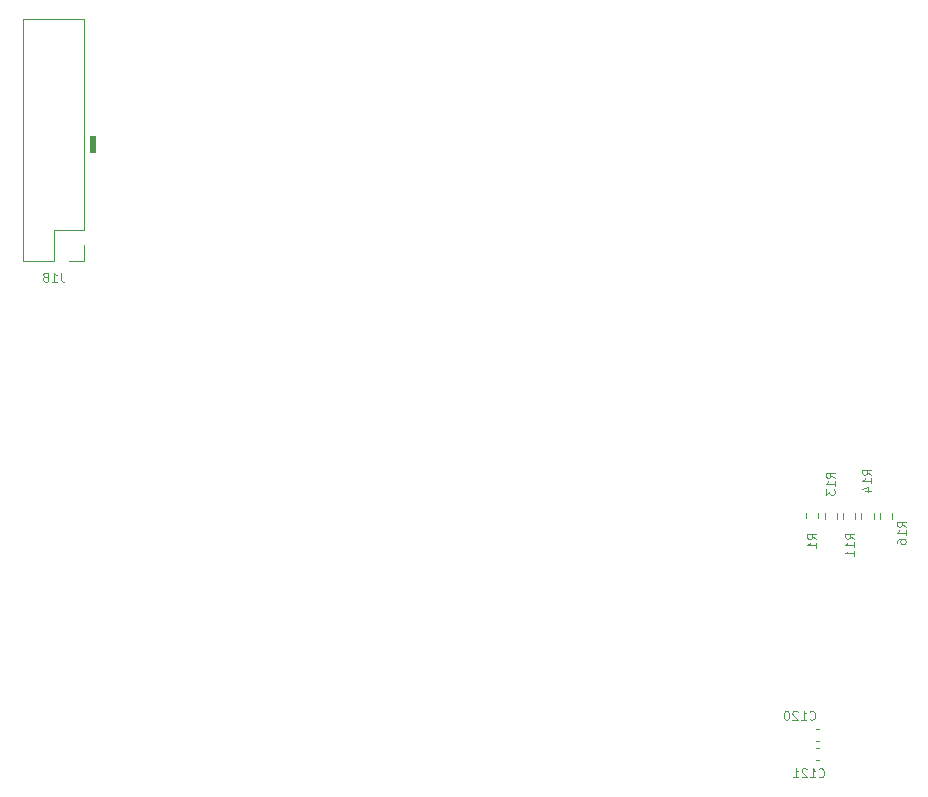
<source format=gbr>
%TF.GenerationSoftware,KiCad,Pcbnew,9.0.1*%
%TF.CreationDate,2025-06-08T13:48:48-07:00*%
%TF.ProjectId,pcm3168a_euro1,70636d33-3136-4386-915f-6575726f312e,rev?*%
%TF.SameCoordinates,Original*%
%TF.FileFunction,Legend,Bot*%
%TF.FilePolarity,Positive*%
%FSLAX46Y46*%
G04 Gerber Fmt 4.6, Leading zero omitted, Abs format (unit mm)*
G04 Created by KiCad (PCBNEW 9.0.1) date 2025-06-08 13:48:48*
%MOMM*%
%LPD*%
G01*
G04 APERTURE LIST*
%ADD10C,0.100000*%
%ADD11C,0.101600*%
%ADD12C,0.120000*%
G04 APERTURE END LIST*
D10*
X96329500Y-87960200D02*
X96812100Y-87960200D01*
X96812100Y-89331800D01*
X96329500Y-89331800D01*
X96329500Y-87960200D01*
G36*
X96329500Y-87960200D02*
G01*
X96812100Y-87960200D01*
X96812100Y-89331800D01*
X96329500Y-89331800D01*
X96329500Y-87960200D01*
G37*
D11*
X93898356Y-99549331D02*
X93898356Y-100093617D01*
X93898356Y-100093617D02*
X93934641Y-100202474D01*
X93934641Y-100202474D02*
X94007213Y-100275046D01*
X94007213Y-100275046D02*
X94116070Y-100311331D01*
X94116070Y-100311331D02*
X94188641Y-100311331D01*
X93136356Y-100311331D02*
X93571785Y-100311331D01*
X93354070Y-100311331D02*
X93354070Y-99549331D01*
X93354070Y-99549331D02*
X93426642Y-99658188D01*
X93426642Y-99658188D02*
X93499213Y-99730760D01*
X93499213Y-99730760D02*
X93571785Y-99767046D01*
X92700928Y-99875903D02*
X92773499Y-99839617D01*
X92773499Y-99839617D02*
X92809785Y-99803331D01*
X92809785Y-99803331D02*
X92846071Y-99730760D01*
X92846071Y-99730760D02*
X92846071Y-99694474D01*
X92846071Y-99694474D02*
X92809785Y-99621903D01*
X92809785Y-99621903D02*
X92773499Y-99585617D01*
X92773499Y-99585617D02*
X92700928Y-99549331D01*
X92700928Y-99549331D02*
X92555785Y-99549331D01*
X92555785Y-99549331D02*
X92483214Y-99585617D01*
X92483214Y-99585617D02*
X92446928Y-99621903D01*
X92446928Y-99621903D02*
X92410642Y-99694474D01*
X92410642Y-99694474D02*
X92410642Y-99730760D01*
X92410642Y-99730760D02*
X92446928Y-99803331D01*
X92446928Y-99803331D02*
X92483214Y-99839617D01*
X92483214Y-99839617D02*
X92555785Y-99875903D01*
X92555785Y-99875903D02*
X92700928Y-99875903D01*
X92700928Y-99875903D02*
X92773499Y-99912188D01*
X92773499Y-99912188D02*
X92809785Y-99948474D01*
X92809785Y-99948474D02*
X92846071Y-100021046D01*
X92846071Y-100021046D02*
X92846071Y-100166188D01*
X92846071Y-100166188D02*
X92809785Y-100238760D01*
X92809785Y-100238760D02*
X92773499Y-100275046D01*
X92773499Y-100275046D02*
X92700928Y-100311331D01*
X92700928Y-100311331D02*
X92555785Y-100311331D01*
X92555785Y-100311331D02*
X92483214Y-100275046D01*
X92483214Y-100275046D02*
X92446928Y-100238760D01*
X92446928Y-100238760D02*
X92410642Y-100166188D01*
X92410642Y-100166188D02*
X92410642Y-100021046D01*
X92410642Y-100021046D02*
X92446928Y-99948474D01*
X92446928Y-99948474D02*
X92483214Y-99912188D01*
X92483214Y-99912188D02*
X92555785Y-99875903D01*
X158065713Y-142209860D02*
X158101999Y-142246146D01*
X158101999Y-142246146D02*
X158210856Y-142282431D01*
X158210856Y-142282431D02*
X158283428Y-142282431D01*
X158283428Y-142282431D02*
X158392285Y-142246146D01*
X158392285Y-142246146D02*
X158464856Y-142173574D01*
X158464856Y-142173574D02*
X158501142Y-142101003D01*
X158501142Y-142101003D02*
X158537428Y-141955860D01*
X158537428Y-141955860D02*
X158537428Y-141847003D01*
X158537428Y-141847003D02*
X158501142Y-141701860D01*
X158501142Y-141701860D02*
X158464856Y-141629288D01*
X158464856Y-141629288D02*
X158392285Y-141556717D01*
X158392285Y-141556717D02*
X158283428Y-141520431D01*
X158283428Y-141520431D02*
X158210856Y-141520431D01*
X158210856Y-141520431D02*
X158101999Y-141556717D01*
X158101999Y-141556717D02*
X158065713Y-141593003D01*
X157339999Y-142282431D02*
X157775428Y-142282431D01*
X157557713Y-142282431D02*
X157557713Y-141520431D01*
X157557713Y-141520431D02*
X157630285Y-141629288D01*
X157630285Y-141629288D02*
X157702856Y-141701860D01*
X157702856Y-141701860D02*
X157775428Y-141738146D01*
X157049714Y-141593003D02*
X157013428Y-141556717D01*
X157013428Y-141556717D02*
X156940857Y-141520431D01*
X156940857Y-141520431D02*
X156759428Y-141520431D01*
X156759428Y-141520431D02*
X156686857Y-141556717D01*
X156686857Y-141556717D02*
X156650571Y-141593003D01*
X156650571Y-141593003D02*
X156614285Y-141665574D01*
X156614285Y-141665574D02*
X156614285Y-141738146D01*
X156614285Y-141738146D02*
X156650571Y-141847003D01*
X156650571Y-141847003D02*
X157085999Y-142282431D01*
X157085999Y-142282431D02*
X156614285Y-142282431D01*
X155888571Y-142282431D02*
X156324000Y-142282431D01*
X156106285Y-142282431D02*
X156106285Y-141520431D01*
X156106285Y-141520431D02*
X156178857Y-141629288D01*
X156178857Y-141629288D02*
X156251428Y-141701860D01*
X156251428Y-141701860D02*
X156324000Y-141738146D01*
X157878031Y-122123200D02*
X157515174Y-121869200D01*
X157878031Y-121687771D02*
X157116031Y-121687771D01*
X157116031Y-121687771D02*
X157116031Y-121978057D01*
X157116031Y-121978057D02*
X157152317Y-122050628D01*
X157152317Y-122050628D02*
X157188603Y-122086914D01*
X157188603Y-122086914D02*
X157261174Y-122123200D01*
X157261174Y-122123200D02*
X157370031Y-122123200D01*
X157370031Y-122123200D02*
X157442603Y-122086914D01*
X157442603Y-122086914D02*
X157478888Y-122050628D01*
X157478888Y-122050628D02*
X157515174Y-121978057D01*
X157515174Y-121978057D02*
X157515174Y-121687771D01*
X157878031Y-122848914D02*
X157878031Y-122413485D01*
X157878031Y-122631200D02*
X157116031Y-122631200D01*
X157116031Y-122631200D02*
X157224888Y-122558628D01*
X157224888Y-122558628D02*
X157297460Y-122486057D01*
X157297460Y-122486057D02*
X157333746Y-122413485D01*
X162526231Y-116654943D02*
X162163374Y-116400943D01*
X162526231Y-116219514D02*
X161764231Y-116219514D01*
X161764231Y-116219514D02*
X161764231Y-116509800D01*
X161764231Y-116509800D02*
X161800517Y-116582371D01*
X161800517Y-116582371D02*
X161836803Y-116618657D01*
X161836803Y-116618657D02*
X161909374Y-116654943D01*
X161909374Y-116654943D02*
X162018231Y-116654943D01*
X162018231Y-116654943D02*
X162090803Y-116618657D01*
X162090803Y-116618657D02*
X162127088Y-116582371D01*
X162127088Y-116582371D02*
X162163374Y-116509800D01*
X162163374Y-116509800D02*
X162163374Y-116219514D01*
X162526231Y-117380657D02*
X162526231Y-116945228D01*
X162526231Y-117162943D02*
X161764231Y-117162943D01*
X161764231Y-117162943D02*
X161873088Y-117090371D01*
X161873088Y-117090371D02*
X161945660Y-117017800D01*
X161945660Y-117017800D02*
X161981946Y-116945228D01*
X162018231Y-118033800D02*
X162526231Y-118033800D01*
X161727946Y-117852371D02*
X162272231Y-117670942D01*
X162272231Y-117670942D02*
X162272231Y-118142657D01*
X165447231Y-121074543D02*
X165084374Y-120820543D01*
X165447231Y-120639114D02*
X164685231Y-120639114D01*
X164685231Y-120639114D02*
X164685231Y-120929400D01*
X164685231Y-120929400D02*
X164721517Y-121001971D01*
X164721517Y-121001971D02*
X164757803Y-121038257D01*
X164757803Y-121038257D02*
X164830374Y-121074543D01*
X164830374Y-121074543D02*
X164939231Y-121074543D01*
X164939231Y-121074543D02*
X165011803Y-121038257D01*
X165011803Y-121038257D02*
X165048088Y-121001971D01*
X165048088Y-121001971D02*
X165084374Y-120929400D01*
X165084374Y-120929400D02*
X165084374Y-120639114D01*
X165447231Y-121800257D02*
X165447231Y-121364828D01*
X165447231Y-121582543D02*
X164685231Y-121582543D01*
X164685231Y-121582543D02*
X164794088Y-121509971D01*
X164794088Y-121509971D02*
X164866660Y-121437400D01*
X164866660Y-121437400D02*
X164902946Y-121364828D01*
X164685231Y-122453400D02*
X164685231Y-122308257D01*
X164685231Y-122308257D02*
X164721517Y-122235685D01*
X164721517Y-122235685D02*
X164757803Y-122199400D01*
X164757803Y-122199400D02*
X164866660Y-122126828D01*
X164866660Y-122126828D02*
X165011803Y-122090542D01*
X165011803Y-122090542D02*
X165302088Y-122090542D01*
X165302088Y-122090542D02*
X165374660Y-122126828D01*
X165374660Y-122126828D02*
X165410946Y-122163114D01*
X165410946Y-122163114D02*
X165447231Y-122235685D01*
X165447231Y-122235685D02*
X165447231Y-122380828D01*
X165447231Y-122380828D02*
X165410946Y-122453400D01*
X165410946Y-122453400D02*
X165374660Y-122489685D01*
X165374660Y-122489685D02*
X165302088Y-122525971D01*
X165302088Y-122525971D02*
X165120660Y-122525971D01*
X165120660Y-122525971D02*
X165048088Y-122489685D01*
X165048088Y-122489685D02*
X165011803Y-122453400D01*
X165011803Y-122453400D02*
X164975517Y-122380828D01*
X164975517Y-122380828D02*
X164975517Y-122235685D01*
X164975517Y-122235685D02*
X165011803Y-122163114D01*
X165011803Y-122163114D02*
X165048088Y-122126828D01*
X165048088Y-122126828D02*
X165120660Y-122090542D01*
X161078431Y-122090543D02*
X160715574Y-121836543D01*
X161078431Y-121655114D02*
X160316431Y-121655114D01*
X160316431Y-121655114D02*
X160316431Y-121945400D01*
X160316431Y-121945400D02*
X160352717Y-122017971D01*
X160352717Y-122017971D02*
X160389003Y-122054257D01*
X160389003Y-122054257D02*
X160461574Y-122090543D01*
X160461574Y-122090543D02*
X160570431Y-122090543D01*
X160570431Y-122090543D02*
X160643003Y-122054257D01*
X160643003Y-122054257D02*
X160679288Y-122017971D01*
X160679288Y-122017971D02*
X160715574Y-121945400D01*
X160715574Y-121945400D02*
X160715574Y-121655114D01*
X161078431Y-122816257D02*
X161078431Y-122380828D01*
X161078431Y-122598543D02*
X160316431Y-122598543D01*
X160316431Y-122598543D02*
X160425288Y-122525971D01*
X160425288Y-122525971D02*
X160497860Y-122453400D01*
X160497860Y-122453400D02*
X160534146Y-122380828D01*
X161078431Y-123541971D02*
X161078431Y-123106542D01*
X161078431Y-123324257D02*
X160316431Y-123324257D01*
X160316431Y-123324257D02*
X160425288Y-123251685D01*
X160425288Y-123251685D02*
X160497860Y-123179114D01*
X160497860Y-123179114D02*
X160534146Y-123106542D01*
X159427431Y-116908943D02*
X159064574Y-116654943D01*
X159427431Y-116473514D02*
X158665431Y-116473514D01*
X158665431Y-116473514D02*
X158665431Y-116763800D01*
X158665431Y-116763800D02*
X158701717Y-116836371D01*
X158701717Y-116836371D02*
X158738003Y-116872657D01*
X158738003Y-116872657D02*
X158810574Y-116908943D01*
X158810574Y-116908943D02*
X158919431Y-116908943D01*
X158919431Y-116908943D02*
X158992003Y-116872657D01*
X158992003Y-116872657D02*
X159028288Y-116836371D01*
X159028288Y-116836371D02*
X159064574Y-116763800D01*
X159064574Y-116763800D02*
X159064574Y-116473514D01*
X159427431Y-117634657D02*
X159427431Y-117199228D01*
X159427431Y-117416943D02*
X158665431Y-117416943D01*
X158665431Y-117416943D02*
X158774288Y-117344371D01*
X158774288Y-117344371D02*
X158846860Y-117271800D01*
X158846860Y-117271800D02*
X158883146Y-117199228D01*
X158665431Y-117888657D02*
X158665431Y-118360371D01*
X158665431Y-118360371D02*
X158955717Y-118106371D01*
X158955717Y-118106371D02*
X158955717Y-118215228D01*
X158955717Y-118215228D02*
X158992003Y-118287800D01*
X158992003Y-118287800D02*
X159028288Y-118324085D01*
X159028288Y-118324085D02*
X159100860Y-118360371D01*
X159100860Y-118360371D02*
X159282288Y-118360371D01*
X159282288Y-118360371D02*
X159354860Y-118324085D01*
X159354860Y-118324085D02*
X159391146Y-118287800D01*
X159391146Y-118287800D02*
X159427431Y-118215228D01*
X159427431Y-118215228D02*
X159427431Y-117997514D01*
X159427431Y-117997514D02*
X159391146Y-117924942D01*
X159391146Y-117924942D02*
X159354860Y-117888657D01*
X157291313Y-137333060D02*
X157327599Y-137369346D01*
X157327599Y-137369346D02*
X157436456Y-137405631D01*
X157436456Y-137405631D02*
X157509028Y-137405631D01*
X157509028Y-137405631D02*
X157617885Y-137369346D01*
X157617885Y-137369346D02*
X157690456Y-137296774D01*
X157690456Y-137296774D02*
X157726742Y-137224203D01*
X157726742Y-137224203D02*
X157763028Y-137079060D01*
X157763028Y-137079060D02*
X157763028Y-136970203D01*
X157763028Y-136970203D02*
X157726742Y-136825060D01*
X157726742Y-136825060D02*
X157690456Y-136752488D01*
X157690456Y-136752488D02*
X157617885Y-136679917D01*
X157617885Y-136679917D02*
X157509028Y-136643631D01*
X157509028Y-136643631D02*
X157436456Y-136643631D01*
X157436456Y-136643631D02*
X157327599Y-136679917D01*
X157327599Y-136679917D02*
X157291313Y-136716203D01*
X156565599Y-137405631D02*
X157001028Y-137405631D01*
X156783313Y-137405631D02*
X156783313Y-136643631D01*
X156783313Y-136643631D02*
X156855885Y-136752488D01*
X156855885Y-136752488D02*
X156928456Y-136825060D01*
X156928456Y-136825060D02*
X157001028Y-136861346D01*
X156275314Y-136716203D02*
X156239028Y-136679917D01*
X156239028Y-136679917D02*
X156166457Y-136643631D01*
X156166457Y-136643631D02*
X155985028Y-136643631D01*
X155985028Y-136643631D02*
X155912457Y-136679917D01*
X155912457Y-136679917D02*
X155876171Y-136716203D01*
X155876171Y-136716203D02*
X155839885Y-136788774D01*
X155839885Y-136788774D02*
X155839885Y-136861346D01*
X155839885Y-136861346D02*
X155876171Y-136970203D01*
X155876171Y-136970203D02*
X156311599Y-137405631D01*
X156311599Y-137405631D02*
X155839885Y-137405631D01*
X155368171Y-136643631D02*
X155295600Y-136643631D01*
X155295600Y-136643631D02*
X155223028Y-136679917D01*
X155223028Y-136679917D02*
X155186743Y-136716203D01*
X155186743Y-136716203D02*
X155150457Y-136788774D01*
X155150457Y-136788774D02*
X155114171Y-136933917D01*
X155114171Y-136933917D02*
X155114171Y-137115346D01*
X155114171Y-137115346D02*
X155150457Y-137260488D01*
X155150457Y-137260488D02*
X155186743Y-137333060D01*
X155186743Y-137333060D02*
X155223028Y-137369346D01*
X155223028Y-137369346D02*
X155295600Y-137405631D01*
X155295600Y-137405631D02*
X155368171Y-137405631D01*
X155368171Y-137405631D02*
X155440743Y-137369346D01*
X155440743Y-137369346D02*
X155477028Y-137333060D01*
X155477028Y-137333060D02*
X155513314Y-137260488D01*
X155513314Y-137260488D02*
X155549600Y-137115346D01*
X155549600Y-137115346D02*
X155549600Y-136933917D01*
X155549600Y-136933917D02*
X155513314Y-136788774D01*
X155513314Y-136788774D02*
X155477028Y-136716203D01*
X155477028Y-136716203D02*
X155440743Y-136679917D01*
X155440743Y-136679917D02*
X155368171Y-136643631D01*
D12*
%TO.C,J18*%
X90681500Y-78084100D02*
X95881500Y-78084100D01*
X90681500Y-98524100D02*
X90681500Y-78084100D01*
X90681500Y-98524100D02*
X93281500Y-98524100D01*
X93281500Y-95924100D02*
X95881500Y-95924100D01*
X93281500Y-98524100D02*
X93281500Y-95924100D01*
X94551500Y-98524100D02*
X95881500Y-98524100D01*
X95881500Y-95924100D02*
X95881500Y-78084100D01*
X95881500Y-98524100D02*
X95881500Y-97194100D01*
%TO.C,C121*%
X158128580Y-139774200D02*
X157847420Y-139774200D01*
X158128580Y-140794200D02*
X157847420Y-140794200D01*
%TO.C,R1*%
X156957500Y-120353858D02*
X156957500Y-119879342D01*
X158002500Y-120353858D02*
X158002500Y-119879342D01*
%TO.C,R14*%
X161681900Y-120404658D02*
X161681900Y-119930142D01*
X162726900Y-120404658D02*
X162726900Y-119930142D01*
%TO.C,R16*%
X163256700Y-119904742D02*
X163256700Y-120379258D01*
X164301700Y-119904742D02*
X164301700Y-120379258D01*
%TO.C,R11*%
X160132500Y-120404658D02*
X160132500Y-119930142D01*
X161177500Y-120404658D02*
X161177500Y-119930142D01*
%TO.C,R13*%
X158583100Y-119930142D02*
X158583100Y-120404658D01*
X159628100Y-119930142D02*
X159628100Y-120404658D01*
%TO.C,C120*%
X158090780Y-138199400D02*
X157809620Y-138199400D01*
X158090780Y-139219400D02*
X157809620Y-139219400D01*
%TD*%
M02*

</source>
